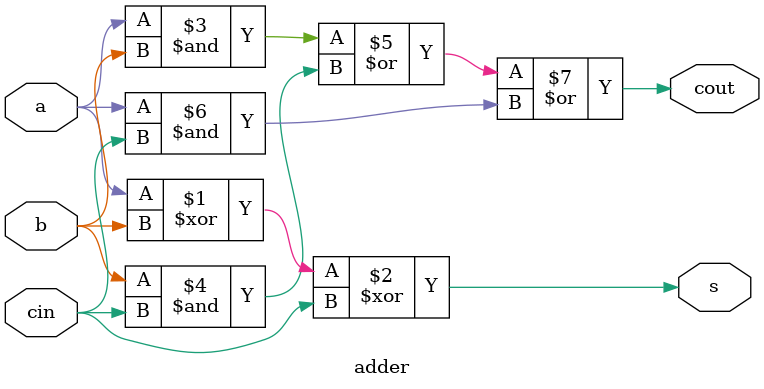
<source format=v>
module adder(a,b,cin,s,cout);
input a,b,cin;
output s,cout;

assign s=a^b^cin;
assign cout=(a&b)|(b&cin)|(a&cin);

endmodule

</source>
